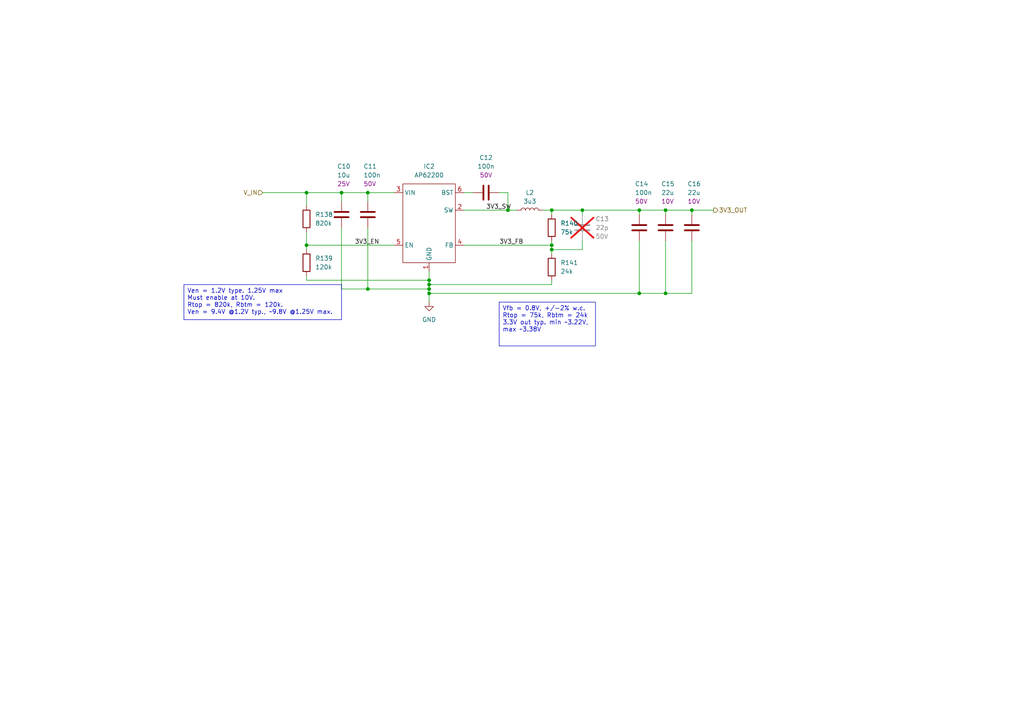
<source format=kicad_sch>
(kicad_sch (version 20250114) (generator "eeschema") (generator_version "9.0")
  (paper "A4")
  (title_block (title "Main architecture") (date "2025-09-28") (rev "0.2.0") (company "Alex Miller & Martin Roger") (comment 1 "https://github.com/martinroger/VXDash") (comment 2 "https://cadlab.io/projects/vxdash"))
  (lib_symbols
    (symbol "VXDash_passives:Cap_MLCC" (pin_numbers (hide yes)) (pin_names (offset 0.254))
      (property "Reference" "C" (at 2.54 2.54 0))
      (property "Value" "Cap_MLCC" (at 2.54 0 0))
      (property "Voltage" "50V" (at 2.54 -2.54 0))
      (symbol "Cap_MLCC_0_1"
        (polyline (pts (xy -2.032 0.762) (xy 2.032 0.762)) (stroke (width 0.508)))
        (polyline (pts (xy -2.032 -0.762) (xy 2.032 -0.762)) (stroke (width 0.508)))
      )
      (symbol "Cap_MLCC_1_1"
        (pin passive line (at 0 3.81 270) (length 2.794) (name "~") (number "1"))
        (pin passive line (at 0 -3.81 90) (length 2.794) (name "~") (number "2"))
      )
    )
    (symbol "VXDash_passives:Ind" (pin_numbers (hide yes)) (pin_names (offset 1.016) (hide yes))
      (property "Reference" "L" (at -2.54 5.08 0))
      (property "Value" "Ind" (at -2.54 2.54 0))
      (symbol "Ind_0_1"
        (arc (start -2.54 0) (mid -1.905 0.6323) (end -1.27 0))
        (arc (start -1.27 0) (mid -0.635 0.6323) (end 0 0))
        (arc (start 0 0) (mid 0.635 0.6323) (end 1.27 0))
        (arc (start 1.27 0) (mid 1.905 0.6323) (end 2.54 0))
      )
      (symbol "Ind_1_1"
        (pin passive line (at -3.81 0 0) (length 1.27) (name "1") (number "1"))
        (pin passive line (at 3.81 0 180) (length 1.27) (name "2") (number "2"))
      )
    )
    (symbol "VXDash_passives:Res" (pin_numbers (hide yes)) (pin_names (offset 0))
      (property "Reference" "R" (at 1.27 1.27 0))
      (property "Value" "Res" (at 1.27 -1.27 0))
      (symbol "Res_0_1"
        (rectangle (start -1.016 -2.54) (end 1.016 2.54) (stroke (width 0.254)))
      )
      (symbol "Res_1_1"
        (pin passive line (at 0 3.81 270) (length 1.27) (name "~") (number "1"))
        (pin passive line (at 0 -3.81 90) (length 1.27) (name "~") (number "2"))
      )
    )
    (symbol "VXDash_regulators:AP62200"
      (property "Reference" "IC2" (at 0 5.08 0))
      (property "Value" "AP62200" (at 0 2.54 0))
      (symbol "AP62200_0_0"
        (pin power_in line (at -10.16 -2.54 0) (length 2.54) (name "VIN") (number "3"))
        (pin input line (at -10.16 -17.78 0) (length 2.54) (name "EN") (number "5"))
        (pin power_in line (at 0 -25.4 90) (length 2.54) (name "GND") (number "1"))
        (pin input line (at 10.16 -2.54 180) (length 2.54) (name "BST") (number "6"))
        (pin output line (at 10.16 -7.62 180) (length 2.54) (name "SW") (number "2"))
        (pin input line (at 10.16 -17.78 180) (length 2.54) (name "FB") (number "4"))
      )
      (symbol "AP62200_0_1"
        (rectangle (start -7.62 0) (end 7.62 -22.86))
      )
    )
    (symbol "power:GND" (power) (pin_numbers (hide yes)) (pin_names (offset 0) (hide yes))
      (property "Value" "GND" (at 0 -3.81 0))
      (symbol "GND_0_1"
        (polyline (pts (xy 0 0) (xy 0 -1.27) (xy 1.27 -1.27) (xy 0 -2.54) (xy -1.27 -1.27) (xy 0 -1.27)))
      )
      (symbol "GND_1_1"
        (pin power_in line (at 0 0 270) (length 0) (name "~") (number "1"))
      )
    )
  )
  (text_box "Ven = 1.2V type. 1.25V max\nMust enable at 10V.\nRtop = 820k, Rbtm = 120k.\nVen = 9.4V @1.2V typ., ~9.8V @1.25V max." (at 53.34 82.55 0) (size 45.72 10.16) (margins 0.9525 0.9525 0.9525 0.9525) (effects (font (size 1.27 1.27)) (justify left top)))
  (text_box "Vfb = 0.8V, +/-2% w.c.\nRtop = 75k, Rbtm = 24k\n3.3V out typ. min ~3.22V, max ~3.38V" (at 144.78 87.63 0) (size 27.94 12.7) (margins 0.9525 0.9525 0.9525 0.9525) (effects (font (size 1.27 1.27)) (justify left top)))
  (junction (at 124.46 81.28))
  (junction (at 193.04 60.96))
  (junction (at 185.42 60.96))
  (junction (at 168.91 60.96))
  (junction (at 124.46 82.55))
  (junction (at 124.46 85.09))
  (junction (at 160.02 71.12))
  (junction (at 106.68 83.82))
  (junction (at 160.02 72.39))
  (junction (at 160.02 60.96))
  (junction (at 99.06 55.88))
  (junction (at 200.66 60.96))
  (junction (at 185.42 85.09))
  (junction (at 106.68 55.88))
  (junction (at 147.32 60.96))
  (junction (at 193.04 85.09))
  (junction (at 88.9 55.88))
  (junction (at 88.9 71.12))
  (junction (at 124.46 83.82))
  (wire (pts (xy 124.46 83.82) (xy 124.46 85.09)))
  (wire (pts (xy 88.9 80.01) (xy 88.9 81.28)))
  (wire (pts (xy 160.02 71.12) (xy 160.02 72.39)))
  (wire (pts (xy 168.91 62.23) (xy 168.91 60.96)))
  (wire (pts (xy 99.06 66.04) (xy 99.06 83.82)))
  (wire (pts (xy 185.42 85.09) (xy 124.46 85.09)))
  (wire (pts (xy 160.02 72.39) (xy 160.02 73.66)))
  (wire (pts (xy 185.42 60.96) (xy 185.42 62.23)))
  (wire (pts (xy 124.46 78.74) (xy 124.46 81.28)))
  (wire (pts (xy 160.02 82.55) (xy 124.46 82.55)))
  (wire (pts (xy 106.68 83.82) (xy 124.46 83.82)))
  (wire (pts (xy 193.04 85.09) (xy 185.42 85.09)))
  (wire (pts (xy 99.06 83.82) (xy 106.68 83.82)))
  (wire (pts (xy 160.02 60.96) (xy 168.91 60.96)))
  (wire (pts (xy 160.02 60.96) (xy 160.02 62.23)))
  (wire (pts (xy 147.32 55.88) (xy 144.78 55.88)))
  (wire (pts (xy 160.02 71.12) (xy 134.62 71.12)))
  (wire (pts (xy 168.91 60.96) (xy 185.42 60.96)))
  (wire (pts (xy 88.9 55.88) (xy 88.9 59.69)))
  (wire (pts (xy 147.32 60.96) (xy 149.86 60.96)))
  (wire (pts (xy 106.68 55.88) (xy 106.68 58.42)))
  (wire (pts (xy 88.9 71.12) (xy 88.9 72.39)))
  (wire (pts (xy 160.02 69.85) (xy 160.02 71.12)))
  (wire (pts (xy 185.42 69.85) (xy 185.42 85.09)))
  (wire (pts (xy 88.9 55.88) (xy 99.06 55.88)))
  (wire (pts (xy 200.66 69.85) (xy 200.66 85.09)))
  (wire (pts (xy 76.2 55.88) (xy 88.9 55.88)))
  (wire (pts (xy 88.9 71.12) (xy 114.3 71.12)))
  (wire (pts (xy 185.42 60.96) (xy 193.04 60.96)))
  (wire (pts (xy 168.91 72.39) (xy 168.91 69.85)))
  (wire (pts (xy 124.46 81.28) (xy 124.46 82.55)))
  (wire (pts (xy 193.04 69.85) (xy 193.04 85.09)))
  (wire (pts (xy 200.66 60.96) (xy 200.66 62.23)))
  (wire (pts (xy 124.46 82.55) (xy 124.46 83.82)))
  (wire (pts (xy 200.66 60.96) (xy 207.01 60.96)))
  (wire (pts (xy 160.02 72.39) (xy 168.91 72.39)))
  (wire (pts (xy 193.04 60.96) (xy 200.66 60.96)))
  (wire (pts (xy 88.9 67.31) (xy 88.9 71.12)))
  (wire (pts (xy 106.68 66.04) (xy 106.68 83.82)))
  (wire (pts (xy 147.32 60.96) (xy 147.32 55.88)))
  (wire (pts (xy 99.06 55.88) (xy 106.68 55.88)))
  (wire (pts (xy 99.06 55.88) (xy 99.06 58.42)))
  (wire (pts (xy 106.68 55.88) (xy 114.3 55.88)))
  (wire (pts (xy 134.62 60.96) (xy 147.32 60.96)))
  (wire (pts (xy 157.48 60.96) (xy 160.02 60.96)))
  (wire (pts (xy 200.66 85.09) (xy 193.04 85.09)))
  (wire (pts (xy 124.46 85.09) (xy 124.46 87.63)))
  (wire (pts (xy 160.02 81.28) (xy 160.02 82.55)))
  (wire (pts (xy 193.04 60.96) (xy 193.04 62.23)))
  (wire (pts (xy 88.9 81.28) (xy 124.46 81.28)))
  (wire (pts (xy 134.62 55.88) (xy 137.16 55.88)))
  (label "3V3_EN" (at 102.87 71.12 0))
  (label "3V3_SW" (at 140.97 60.96 0))
  (label "3V3_FB" (at 144.78 71.12 0))
  (hierarchical_label "3V3_OUT" (shape output) (at 207.01 60.96 0))
  (hierarchical_label "V_IN" (shape input) (at 76.2 55.88 180))
  (symbol (lib_id "power:GND") (at 124.46 87.63 0) (unit 1)
    (property "Reference" "#PWR069" (effects (hide yes)))
    (property "Value" "GND" (at 124.46 92.71 0))
    (property "Description" "Power symbol creates a global label with name \"GND\" , ground" (effects (hide yes)))
  )
  (symbol (lib_id "VXDash_regulators:AP62200") (at 124.46 53.34 0) (unit 1)
    (property "Reference" "IC2" (at 124.46 48.26 0))
    (property "Value" "AP62200" (at 124.46 50.8 0))
    (property "Footprint" "Package_TO_SOT_SMD:TSOT-23-6_HandSoldering" (effects (hide yes)))
    (property "Datasheet" "https://www.diodes.com/assets/Datasheets/AP62200_AP62201_AP62200T.pdf" (effects (hide yes)))
    (property "Description" "4.2V to 18V input, 2A low Iq Sync" (effects (hide yes)))
    (property "MFT" "Diodes Inc" (effects (hide yes)))
    (property "MFT_PN" "AP62200WU-7" (effects (hide yes)))
    (property "LCSC" "C1323282" (effects (hide yes)))
    (property "LCSC alt" "C1323282" (effects (hide yes)))
  )
  (symbol (lib_id "VXDash_passives:Cap_MLCC") (at 168.91 66.04 0) (unit 1) (dnp yes)
    (property "Reference" "C13" (at 172.72 63.4999 0) (effects (justify left)))
    (property "Value" "22p" (at 172.72 66.0399 0) (effects (justify left)))
    (property "Footprint" "Capacitor_SMD:C_0603_1608Metric_Pad1.08x0.95mm_HandSolder" (effects (hide yes)))
    (property "Description" "CAP CER 22PF 50V X7R 0603" (effects (hide yes)))
    (property "Voltage" "50V" (at 172.72 68.5799 0) (effects (justify left)))
    (property "Tol" "10%" (effects (hide yes)))
    (property "Dielectric" "C0G/NP0" (effects (hide yes)))
    (property "MFT" "Kyocera AVX" (effects (hide yes)))
    (property "MFT_PN" "06035C220JAT2A" (effects (hide yes)))
    (property "LCSC" "C597198" (effects (hide yes)))
    (property "LCSC alt" "C561821" (effects (hide yes)))
  )
  (symbol (lib_id "VXDash_passives:Res") (at 160.02 77.47 0) (unit 1)
    (property "Reference" "R141" (at 162.56 76.1999 0) (effects (justify left)))
    (property "Value" "24k" (at 162.56 78.7399 0) (effects (justify left)))
    (property "Footprint" "Resistor_SMD:R_0603_1608Metric_Pad0.98x0.95mm_HandSolder" (effects (hide yes)))
    (property "Description" "RES 24K OHM 1% 1/10W 0603" (effects (hide yes)))
    (property "Tol" "1%" (effects (hide yes)))
    (property "Power" "100mW" (effects (hide yes)))
    (property "MFT" "Yageo" (effects (hide yes)))
    (property "MFT_PN" "RC0603FR-1324KL" (effects (hide yes)))
    (property "LCSC" "C7037979" (effects (hide yes)))
    (property "LCSC alt" "C137760" (effects (hide yes)))
  )
  (symbol (lib_id "VXDash_passives:Cap_MLCC") (at 99.06 62.23 0) (mirror x) (unit 1)
    (property "Reference" "C10" (at 97.79 48.26 0) (effects (justify left)))
    (property "Value" "10u" (at 97.79 50.8 0) (effects (justify left)))
    (property "Footprint" "Capacitor_SMD:C_1206_3216Metric_Pad1.33x1.80mm_HandSolder" (effects (hide yes)))
    (property "Description" "CAP CER 10UF 25V X7R 1206" (effects (hide yes)))
    (property "MFT" "Samsung Electro-Mechanics" (effects (hide yes)))
    (property "MFT_PN" "CL31B106KAHNNNE" (effects (hide yes)))
    (property "Dielectric" "X7R" (effects (hide yes)))
    (property "Tol" "10%" (effects (hide yes)))
    (property "Voltage" "25V" (at 97.79 53.34 0) (effects (justify left)))
    (property "LCSC" "C14860" (effects (hide yes)))
    (property "LCSC alt" "C14860" (effects (hide yes)))
  )
  (symbol (lib_id "VXDash_passives:Res") (at 160.02 66.04 0) (unit 1)
    (property "Reference" "R140" (at 162.56 64.7699 0) (effects (justify left)))
    (property "Value" "75k" (at 162.56 67.3099 0) (effects (justify left)))
    (property "Footprint" "Resistor_SMD:R_0603_1608Metric_Pad0.98x0.95mm_HandSolder" (effects (hide yes)))
    (property "Description" "RES 75K OHM 1% 1/10W 0603" (effects (hide yes)))
    (property "Tol" "1%" (effects (hide yes)))
    (property "Power" "100mW" (effects (hide yes)))
    (property "MFT" "StackPole Electronics" (effects (hide yes)))
    (property "MFT_PN" "RMCF0603FT75K0" (effects (hide yes)))
    (property "LCSC" "C2479409" (effects (hide yes)))
    (property "LCSC alt" "C114636" (effects (hide yes)))
  )
  (symbol (lib_id "VXDash_passives:Res") (at 88.9 63.5 0) (unit 1)
    (property "Reference" "R138" (at 91.44 62.2299 0) (effects (justify left)))
    (property "Value" "820k" (at 91.44 64.7699 0) (effects (justify left)))
    (property "Footprint" "Resistor_SMD:R_0603_1608Metric_Pad0.98x0.95mm_HandSolder" (effects (hide yes)))
    (property "Description" "RES 820K OHM 1% 1/10W 0603" (effects (hide yes)))
    (property "Tol" "1%" (effects (hide yes)))
    (property "Power" "100mW" (effects (hide yes)))
    (property "MFT" "StackPole Electronics" (effects (hide yes)))
    (property "MFT_PN" "RMCF0603FT820K" (effects (hide yes)))
    (property "LCSC" "C2481758" (effects (hide yes)))
    (property "LCSC alt" "C141684" (effects (hide yes)))
  )
  (symbol (lib_id "VXDash_passives:Cap_MLCC") (at 200.66 66.04 0) (unit 1)
    (property "Reference" "C16" (at 199.39 53.34 0) (effects (justify left)))
    (property "Value" "22u" (at 199.39 55.88 0) (effects (justify left)))
    (property "Footprint" "Capacitor_SMD:C_1206_3216Metric_Pad1.33x1.80mm_HandSolder" (effects (hide yes)))
    (property "Description" "CAP CER 22UF 10V X7R 1206" (effects (hide yes)))
    (property "Voltage" "10V" (at 199.39 58.42 0) (effects (justify left)))
    (property "Tol" "20%" (effects (hide yes)))
    (property "Dielectric" "X7R" (effects (hide yes)))
    (property "MFT" "Samsung Electro-Mechanics" (effects (hide yes)))
    (property "MFT_PN" "CL31B226KPHNNNE" (effects (hide yes)))
    (property "LCSC" "C87996" (effects (hide yes)))
    (property "LCSC alt" "C87996" (effects (hide yes)))
  )
  (symbol (lib_id "VXDash_passives:Cap_MLCC") (at 193.04 66.04 0) (unit 1)
    (property "Reference" "C15" (at 191.77 53.34 0) (effects (justify left)))
    (property "Value" "22u" (at 191.77 55.88 0) (effects (justify left)))
    (property "Footprint" "Capacitor_SMD:C_1206_3216Metric_Pad1.33x1.80mm_HandSolder" (effects (hide yes)))
    (property "Description" "CAP CER 22UF 10V X7R 1206" (effects (hide yes)))
    (property "Voltage" "10V" (at 191.77 58.42 0) (effects (justify left)))
    (property "Tol" "20%" (effects (hide yes)))
    (property "Dielectric" "X7R" (effects (hide yes)))
    (property "MFT" "Samsung Electro-Mechanics" (effects (hide yes)))
    (property "MFT_PN" "CL31B226KPHNNNE" (effects (hide yes)))
    (property "LCSC" "C87996" (effects (hide yes)))
    (property "LCSC alt" "C87996" (effects (hide yes)))
  )
  (symbol (lib_id "VXDash_passives:Ind") (at 153.67 60.96 0) (unit 1)
    (property "Reference" "L2" (at 153.67 55.88 0))
    (property "Value" "3u3" (at 153.67 58.42 0))
    (property "Footprint" "Inductor_SMD:L_Taiyo-Yuden_NR-50xx_HandSoldering" (effects (hide yes)))
    (property "Datasheet" "https://www.mouser.co.uk/datasheet/2/396/wound04_e-1290968.pdf" (effects (hide yes)))
    (property "Description" "FIXED IND 3.3UH 3A 30 MOHM SMD" (effects (hide yes)))
    (property "MFT" "Taiyo Yuden" (effects (hide yes)))
    (property "MFT_PN" "NRS5030T3R3MMGJ" (effects (hide yes)))
    (property "Irated" "3A" (effects (hide yes)))
    (property "Isat" "3.6A" (effects (hide yes)))
    (property "DCR" "30mOhm" (effects (hide yes)))
    (property "Tol" "20%" (effects (hide yes)))
    (property "LCSC" "C222937" (effects (hide yes)))
    (property "LCSC alt" "C222937" (effects (hide yes)))
  )
  (symbol (lib_id "VXDash_passives:Res") (at 88.9 76.2 0) (unit 1)
    (property "Reference" "R139" (at 91.44 74.9299 0) (effects (justify left)))
    (property "Value" "120k" (at 91.44 77.4699 0) (effects (justify left)))
    (property "Footprint" "Resistor_SMD:R_0603_1608Metric_Pad0.98x0.95mm_HandSolder" (effects (hide yes)))
    (property "Description" "RES 120K OHM 1% 1/10W 0603" (effects (hide yes)))
    (property "Tol" "1%" (effects (hide yes)))
    (property "Power" "100mW" (effects (hide yes)))
    (property "MFT" "StackPole Electronics" (effects (hide yes)))
    (property "MFT_PN" "RMCF0603FT120K" (effects (hide yes)))
    (property "LCSC" "C2479411" (effects (hide yes)))
    (property "LCSC alt" "C114607" (effects (hide yes)))
  )
  (symbol (lib_id "VXDash_passives:Cap_MLCC") (at 106.68 62.23 0) (mirror x) (unit 1)
    (property "Reference" "C11" (at 105.41 48.26 0) (effects (justify left)))
    (property "Value" "100n" (at 105.41 50.8 0) (effects (justify left)))
    (property "Footprint" "Capacitor_SMD:C_0603_1608Metric_Pad1.08x0.95mm_HandSolder" (effects (hide yes)))
    (property "Description" "CAP CER 0.1UF 50V X7R 0603" (effects (hide yes)))
    (property "MFT" "Samsung Electro-Mechanics" (effects (hide yes)))
    (property "MFT_PN" "CL10B104KB8NNNC" (effects (hide yes)))
    (property "Dielectric" "X7R" (effects (hide yes)))
    (property "Tol" "10%" (effects (hide yes)))
    (property "Voltage" "50V" (at 105.41 53.34 0) (effects (justify left)))
    (property "LCSC" "C1591" (effects (hide yes)))
    (property "LCSC alt" "C14663" (effects (hide yes)))
  )
  (symbol (lib_id "VXDash_passives:Cap_MLCC") (at 140.97 55.88 270) (mirror x) (unit 1)
    (property "Reference" "C12" (at 140.97 45.72 90))
    (property "Value" "100n" (at 140.97 48.26 90))
    (property "Footprint" "Capacitor_SMD:C_0603_1608Metric_Pad1.08x0.95mm_HandSolder" (effects (hide yes)))
    (property "Description" "CAP CER 0.1UF 50V X7R 0603" (effects (hide yes)))
    (property "MFT" "Samsung Electro-Mechanics" (effects (hide yes)))
    (property "MFT_PN" "CL10B104KB8NNNC" (effects (hide yes)))
    (property "Dielectric" "X7R" (effects (hide yes)))
    (property "Tol" "10%" (effects (hide yes)))
    (property "Voltage" "50V" (at 140.97 50.8 90))
    (property "LCSC" "C1591" (effects (hide yes)))
    (property "LCSC alt" "C14663" (effects (hide yes)))
  )
  (symbol (lib_id "VXDash_passives:Cap_MLCC") (at 185.42 66.04 0) (mirror x) (unit 1)
    (property "Reference" "C14" (at 184.15 53.34 0) (effects (justify left)))
    (property "Value" "100n" (at 184.15 55.88 0) (effects (justify left)))
    (property "Footprint" "Capacitor_SMD:C_0603_1608Metric_Pad1.08x0.95mm_HandSolder" (effects (hide yes)))
    (property "Description" "CAP CER 0.1UF 50V X7R 0603" (effects (hide yes)))
    (property "MFT" "Samsung Electro-Mechanics" (effects (hide yes)))
    (property "MFT_PN" "CL10B104KB8NNNC" (effects (hide yes)))
    (property "Dielectric" "X7R" (effects (hide yes)))
    (property "Tol" "10%" (effects (hide yes)))
    (property "Voltage" "50V" (at 184.15 58.42 0) (effects (justify left)))
    (property "LCSC" "C1591" (effects (hide yes)))
    (property "LCSC alt" "C14663" (effects (hide yes)))
  )
)
</source>
